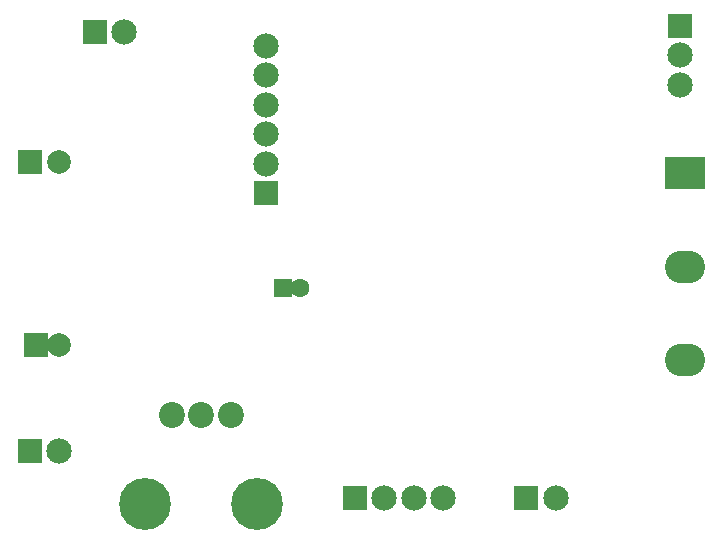
<source format=gbs>
G04 #@! TF.FileFunction,Soldermask,Bot*
%FSLAX46Y46*%
G04 Gerber Fmt 4.6, Leading zero omitted, Abs format (unit mm)*
G04 Created by KiCad (PCBNEW 4.0.7) date 06/22/18 18:45:24*
%MOMM*%
%LPD*%
G01*
G04 APERTURE LIST*
%ADD10C,0.100000*%
%ADD11R,2.150000X2.150000*%
%ADD12C,2.150000*%
%ADD13R,2.000000X2.000000*%
%ADD14C,2.000000*%
%ADD15R,1.600000X1.600000*%
%ADD16C,1.600000*%
%ADD17C,2.200000*%
%ADD18C,4.400000*%
%ADD19R,3.400000X2.750000*%
%ADD20O,3.400000X2.750000*%
G04 APERTURE END LIST*
D10*
D11*
X9500000Y45500000D03*
D12*
X12000000Y45500000D03*
D13*
X4000000Y34500000D03*
D14*
X6500000Y34500000D03*
D13*
X4500000Y19000000D03*
D14*
X6500000Y19000000D03*
D15*
X25400000Y23800000D03*
D16*
X26900000Y23800000D03*
D11*
X31500000Y6000000D03*
D12*
X34000000Y6000000D03*
X36500000Y6000000D03*
X39000000Y6000000D03*
D11*
X46000000Y6000000D03*
D12*
X48500000Y6000000D03*
D11*
X59000000Y46000000D03*
D12*
X59000000Y43500000D03*
X59000000Y41000000D03*
D17*
X21000000Y13000000D03*
X18500000Y13000000D03*
X16000000Y13000000D03*
D18*
X23250000Y5500000D03*
X13750000Y5500000D03*
D11*
X4000000Y10000000D03*
D12*
X6500000Y10000000D03*
D11*
X24000000Y31800000D03*
D12*
X24000000Y34300000D03*
X24000000Y36800000D03*
X24000000Y39300000D03*
X24000000Y41800000D03*
X24000000Y44300000D03*
D19*
X59500000Y33500000D03*
D20*
X59500000Y25580000D03*
X59500000Y17660000D03*
M02*

</source>
